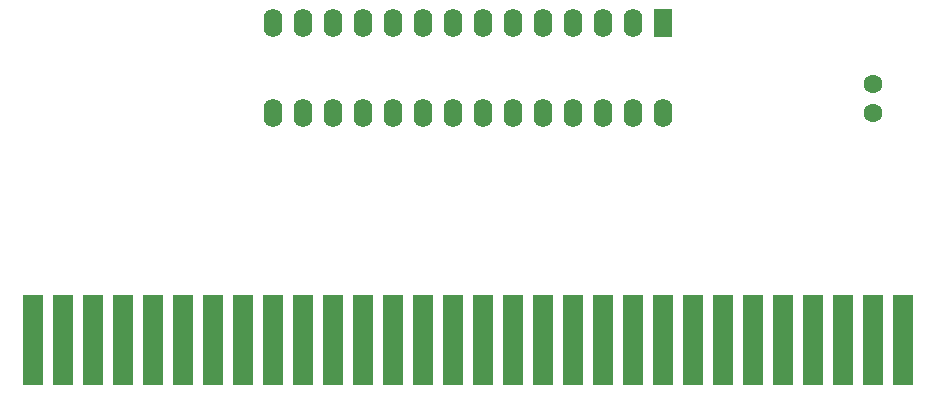
<source format=gbr>
%TF.GenerationSoftware,KiCad,Pcbnew,7.0.3*%
%TF.CreationDate,2023-05-28T21:58:01+08:00*%
%TF.ProjectId,CartdrigeDev,43617274-6472-4696-9765-4465762e6b69,rev?*%
%TF.SameCoordinates,Original*%
%TF.FileFunction,Soldermask,Bot*%
%TF.FilePolarity,Negative*%
%FSLAX46Y46*%
G04 Gerber Fmt 4.6, Leading zero omitted, Abs format (unit mm)*
G04 Created by KiCad (PCBNEW 7.0.3) date 2023-05-28 21:58:01*
%MOMM*%
%LPD*%
G01*
G04 APERTURE LIST*
%ADD10C,1.600000*%
%ADD11R,1.780000X7.620000*%
%ADD12R,1.600000X2.400000*%
%ADD13O,1.600000X2.400000*%
G04 APERTURE END LIST*
D10*
%TO.C,C1*%
X146050000Y-72517000D03*
X146050000Y-70017000D03*
%TD*%
D11*
%TO.C,J2*%
X148590000Y-91694000D03*
X146050000Y-91694000D03*
X143510000Y-91694000D03*
X140970000Y-91694000D03*
X138430000Y-91694000D03*
X135890000Y-91694000D03*
X133350000Y-91694000D03*
X130810000Y-91694000D03*
X128270000Y-91694000D03*
X125730000Y-91694000D03*
X123190000Y-91694000D03*
X120650000Y-91694000D03*
X118110000Y-91694000D03*
X115570000Y-91694000D03*
X113030000Y-91694000D03*
X110490000Y-91694000D03*
X107950000Y-91694000D03*
X105410000Y-91694000D03*
X102870000Y-91694000D03*
X100330000Y-91694000D03*
X97790000Y-91694000D03*
X95250000Y-91694000D03*
X92710000Y-91694000D03*
X90170000Y-91694000D03*
X87630000Y-91694000D03*
X85090000Y-91694000D03*
X82550000Y-91694000D03*
X80010000Y-91694000D03*
X77470000Y-91694000D03*
X74930000Y-91694000D03*
%TD*%
D12*
%TO.C,U1*%
X128270000Y-64897000D03*
D13*
X125730000Y-64897000D03*
X123190000Y-64897000D03*
X120650000Y-64897000D03*
X118110000Y-64897000D03*
X115570000Y-64897000D03*
X113030000Y-64897000D03*
X110490000Y-64897000D03*
X107950000Y-64897000D03*
X105410000Y-64897000D03*
X102870000Y-64897000D03*
X100330000Y-64897000D03*
X97790000Y-64897000D03*
X95250000Y-64897000D03*
X95250000Y-72517000D03*
X97790000Y-72517000D03*
X100330000Y-72517000D03*
X102870000Y-72517000D03*
X105410000Y-72517000D03*
X107950000Y-72517000D03*
X110490000Y-72517000D03*
X113030000Y-72517000D03*
X115570000Y-72517000D03*
X118110000Y-72517000D03*
X120650000Y-72517000D03*
X123190000Y-72517000D03*
X125730000Y-72517000D03*
X128270000Y-72517000D03*
%TD*%
M02*

</source>
